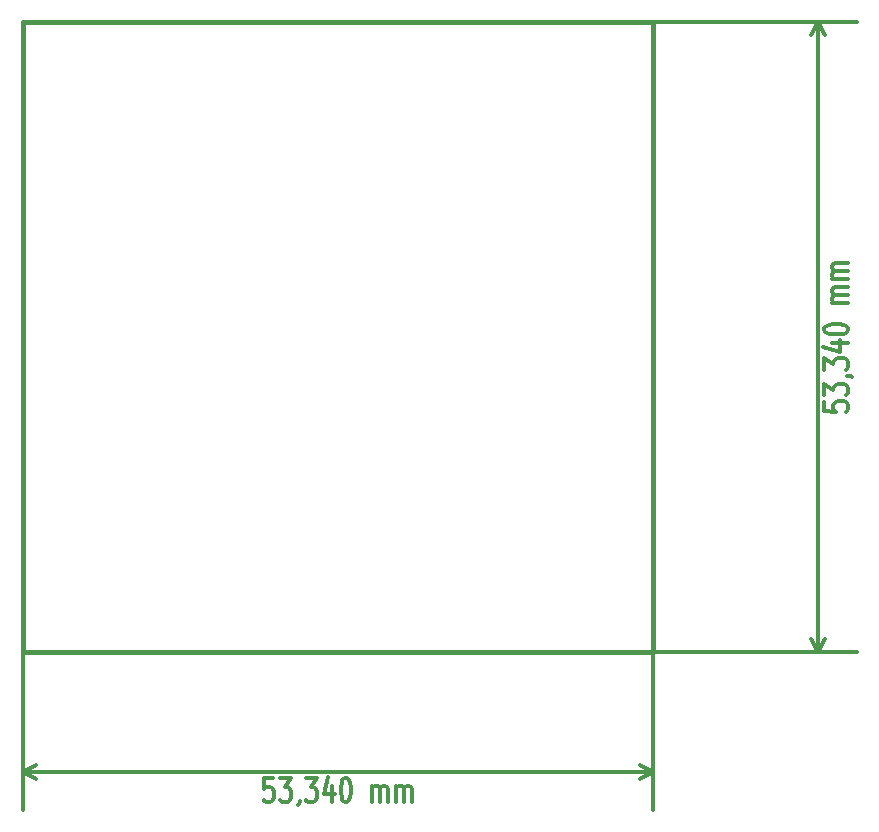
<source format=gbp>
G04 (created by PCBNEW (2013-mar-13)-testing) date Fri 28 Jun 2013 12:11:23 PM CEST*
%MOIN*%
G04 Gerber Fmt 3.4, Leading zero omitted, Abs format*
%FSLAX34Y34*%
G01*
G70*
G90*
G04 APERTURE LIST*
%ADD10C,0.005906*%
%ADD11C,0.015000*%
%ADD12C,0.012000*%
G04 APERTURE END LIST*
G54D10*
G54D11*
X32500Y-49500D02*
X32500Y-28500D01*
X11500Y-49500D02*
X32500Y-49500D01*
X11500Y-28500D02*
X11500Y-49500D01*
X32500Y-28500D02*
X11500Y-28500D01*
G54D12*
X19828Y-53700D02*
X19542Y-53700D01*
X19514Y-54081D01*
X19542Y-54043D01*
X19599Y-54005D01*
X19742Y-54005D01*
X19799Y-54043D01*
X19828Y-54081D01*
X19857Y-54158D01*
X19857Y-54348D01*
X19828Y-54424D01*
X19799Y-54462D01*
X19742Y-54500D01*
X19599Y-54500D01*
X19542Y-54462D01*
X19514Y-54424D01*
X20057Y-53700D02*
X20428Y-53700D01*
X20228Y-54005D01*
X20314Y-54005D01*
X20371Y-54043D01*
X20399Y-54081D01*
X20428Y-54158D01*
X20428Y-54348D01*
X20399Y-54424D01*
X20371Y-54462D01*
X20314Y-54500D01*
X20142Y-54500D01*
X20085Y-54462D01*
X20057Y-54424D01*
X20714Y-54462D02*
X20714Y-54500D01*
X20685Y-54577D01*
X20657Y-54615D01*
X20914Y-53700D02*
X21285Y-53700D01*
X21085Y-54005D01*
X21171Y-54005D01*
X21228Y-54043D01*
X21257Y-54081D01*
X21285Y-54158D01*
X21285Y-54348D01*
X21257Y-54424D01*
X21228Y-54462D01*
X21171Y-54500D01*
X21000Y-54500D01*
X20942Y-54462D01*
X20914Y-54424D01*
X21800Y-53967D02*
X21800Y-54500D01*
X21657Y-53662D02*
X21514Y-54234D01*
X21885Y-54234D01*
X22228Y-53700D02*
X22285Y-53700D01*
X22342Y-53739D01*
X22371Y-53777D01*
X22400Y-53853D01*
X22428Y-54005D01*
X22428Y-54196D01*
X22400Y-54348D01*
X22371Y-54424D01*
X22342Y-54462D01*
X22285Y-54500D01*
X22228Y-54500D01*
X22171Y-54462D01*
X22142Y-54424D01*
X22114Y-54348D01*
X22085Y-54196D01*
X22085Y-54005D01*
X22114Y-53853D01*
X22142Y-53777D01*
X22171Y-53739D01*
X22228Y-53700D01*
X23142Y-54500D02*
X23142Y-53967D01*
X23142Y-54043D02*
X23171Y-54005D01*
X23228Y-53967D01*
X23314Y-53967D01*
X23371Y-54005D01*
X23400Y-54081D01*
X23400Y-54500D01*
X23400Y-54081D02*
X23428Y-54005D01*
X23485Y-53967D01*
X23571Y-53967D01*
X23628Y-54005D01*
X23657Y-54081D01*
X23657Y-54500D01*
X23942Y-54500D02*
X23942Y-53967D01*
X23942Y-54043D02*
X23971Y-54005D01*
X24028Y-53967D01*
X24114Y-53967D01*
X24171Y-54005D01*
X24200Y-54081D01*
X24200Y-54500D01*
X24200Y-54081D02*
X24228Y-54005D01*
X24285Y-53967D01*
X24371Y-53967D01*
X24428Y-54005D01*
X24457Y-54081D01*
X24457Y-54500D01*
X11500Y-53499D02*
X32500Y-53499D01*
X11500Y-49500D02*
X11500Y-54779D01*
X32500Y-49500D02*
X32500Y-54779D01*
X32500Y-53499D02*
X32057Y-53729D01*
X32500Y-53499D02*
X32057Y-53269D01*
X11500Y-53499D02*
X11943Y-53729D01*
X11500Y-53499D02*
X11943Y-53269D01*
X38201Y-41171D02*
X38201Y-41457D01*
X38582Y-41485D01*
X38544Y-41457D01*
X38506Y-41400D01*
X38506Y-41257D01*
X38544Y-41200D01*
X38582Y-41171D01*
X38659Y-41142D01*
X38849Y-41142D01*
X38925Y-41171D01*
X38963Y-41200D01*
X39001Y-41257D01*
X39001Y-41400D01*
X38963Y-41457D01*
X38925Y-41485D01*
X38201Y-40942D02*
X38201Y-40571D01*
X38506Y-40771D01*
X38506Y-40685D01*
X38544Y-40628D01*
X38582Y-40600D01*
X38659Y-40571D01*
X38849Y-40571D01*
X38925Y-40600D01*
X38963Y-40628D01*
X39001Y-40685D01*
X39001Y-40857D01*
X38963Y-40914D01*
X38925Y-40942D01*
X38963Y-40285D02*
X39001Y-40285D01*
X39078Y-40314D01*
X39116Y-40342D01*
X38201Y-40085D02*
X38201Y-39714D01*
X38506Y-39914D01*
X38506Y-39828D01*
X38544Y-39771D01*
X38582Y-39742D01*
X38659Y-39714D01*
X38849Y-39714D01*
X38925Y-39742D01*
X38963Y-39771D01*
X39001Y-39828D01*
X39001Y-40000D01*
X38963Y-40057D01*
X38925Y-40085D01*
X38468Y-39200D02*
X39001Y-39200D01*
X38163Y-39342D02*
X38735Y-39485D01*
X38735Y-39114D01*
X38201Y-38771D02*
X38201Y-38714D01*
X38240Y-38657D01*
X38278Y-38628D01*
X38354Y-38600D01*
X38506Y-38571D01*
X38697Y-38571D01*
X38849Y-38600D01*
X38925Y-38628D01*
X38963Y-38657D01*
X39001Y-38714D01*
X39001Y-38771D01*
X38963Y-38828D01*
X38925Y-38857D01*
X38849Y-38885D01*
X38697Y-38914D01*
X38506Y-38914D01*
X38354Y-38885D01*
X38278Y-38857D01*
X38240Y-38828D01*
X38201Y-38771D01*
X39001Y-37857D02*
X38468Y-37857D01*
X38544Y-37857D02*
X38506Y-37828D01*
X38468Y-37771D01*
X38468Y-37685D01*
X38506Y-37628D01*
X38582Y-37599D01*
X39001Y-37599D01*
X38582Y-37599D02*
X38506Y-37571D01*
X38468Y-37514D01*
X38468Y-37428D01*
X38506Y-37371D01*
X38582Y-37342D01*
X39001Y-37342D01*
X39001Y-37057D02*
X38468Y-37057D01*
X38544Y-37057D02*
X38506Y-37028D01*
X38468Y-36971D01*
X38468Y-36885D01*
X38506Y-36828D01*
X38582Y-36799D01*
X39001Y-36799D01*
X38582Y-36799D02*
X38506Y-36771D01*
X38468Y-36714D01*
X38468Y-36628D01*
X38506Y-36571D01*
X38582Y-36542D01*
X39001Y-36542D01*
X38000Y-49500D02*
X38000Y-28500D01*
X32500Y-49500D02*
X39280Y-49500D01*
X32500Y-28500D02*
X39280Y-28500D01*
X38000Y-28500D02*
X38230Y-28943D01*
X38000Y-28500D02*
X37770Y-28943D01*
X38000Y-49500D02*
X38230Y-49057D01*
X38000Y-49500D02*
X37770Y-49057D01*
M02*

</source>
